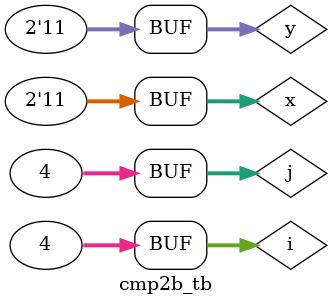
<source format=v>


module cmp2b(input [1:0] x, y, output reg eq, lt, gt);
    always @(*) begin
        
        if(x == y)              begin  eq = 1;  lt = 0;  gt = 0;end
        else if(x < y)          begin  eq = 0;  lt = 1;  gt = 0;end
        else                    begin  eq = 0;  lt = 0;  gt = 1;end
    end
endmodule

module cmp2b_tb;
    reg [1:0] x, y;
    wire eq,lt,gt;

    cmp2b i0(.x(x), .y(y), .eq(eq), .lt(lt), .gt(gt));
    integer i,j;
    initial begin
        $display("Time\tX\tY\tEQ\tLT\tGT");
        $monitor("%4t\t%b\t%b\t%b\t%b\t%b", $time, x,y,eq,lt,gt);
        for(i = 0; i < 4; i = i + 1) begin
            for(j = 0; j < 4; j = j + 1) begin
                x = i;
                y = j;
                #10;
            end
        end
    end
endmodule
</source>
